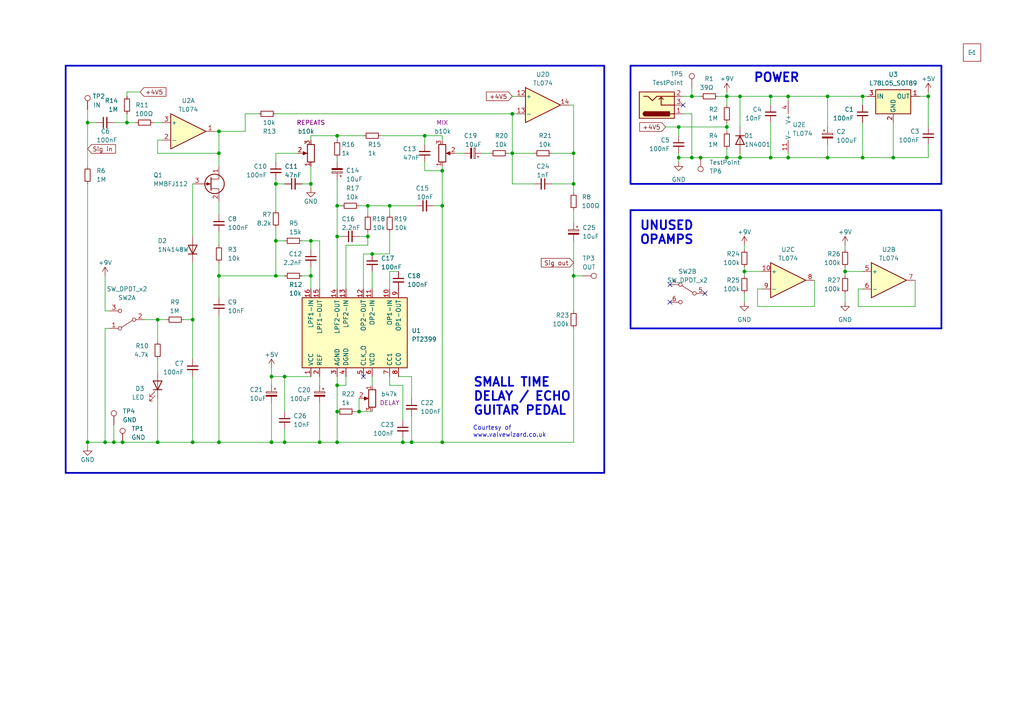
<source format=kicad_sch>
(kicad_sch (version 20230121) (generator eeschema)
  (paper "A4")
  (lib_symbols
    (symbol "Amplifier_Operational:TL074" (pin_names (offset 0.127))
      (property "Reference" "U" (at 0 5.08 0))
      (property "Value" "TL074" (at 0 -5.08 0))
      (symbol "TL074_1_1"
        (pin output line (at 7.62 0 180) (length 2.54) (name "~") (number "1"))
        (pin input line (at -7.62 -2.54 0) (length 2.54) (name "-") (number "2"))
        (pin input line (at -7.62 2.54 0) (length 2.54) (name "+") (number "3"))
      )
      (symbol "TL074_2_1"
        (pin input line (at -7.62 2.54 0) (length 2.54) (name "+") (number "5"))
        (pin input line (at -7.62 -2.54 0) (length 2.54) (name "-") (number "6"))
        (pin output line (at 7.62 0 180) (length 2.54) (name "~") (number "7"))
      )
      (symbol "TL074_3_1"
        (pin input line (at -7.62 2.54 0) (length 2.54) (name "+") (number "10"))
        (pin output line (at 7.62 0 180) (length 2.54) (name "~") (number "8"))
        (pin input line (at -7.62 -2.54 0) (length 2.54) (name "-") (number "9"))
      )
      (symbol "TL074_4_1"
        (pin input line (at -7.62 2.54 0) (length 2.54) (name "+") (number "12"))
        (pin input line (at -7.62 -2.54 0) (length 2.54) (name "-") (number "13"))
        (pin output line (at 7.62 0 180) (length 2.54) (name "~") (number "14"))
      )
      (symbol "TL074_5_1"
        (pin power_in line (at -2.54 -7.62 90) (length 3.81) (name "V-") (number "11"))
        (pin power_in line (at -2.54 7.62 270) (length 3.81) (name "V+") (number "4"))
      )
    )
    (symbol "Audio:PT2399"
      (property "Reference" "U" (at 0 17.78 0))
      (property "Value" "PT2399" (at 0 -17.78 0))
      (symbol "PT2399_1_1"
        (pin power_in line (at -12.7 12.7 0) (length 2.54) (name "VCC") (number "1"))
        (pin input line (at 12.7 -10.16 180) (length 2.54) (name "OP1-IN") (number "10"))
        (pin input line (at 12.7 -5.08 180) (length 2.54) (name "OP2-IN") (number "11"))
        (pin output line (at 12.7 -2.54 180) (length 2.54) (name "OP2-OUT") (number "12"))
        (pin input line (at 12.7 2.54 180) (length 2.54) (name "LPF2-IN") (number "13"))
        (pin output line (at 12.7 5.08 180) (length 2.54) (name "LPF2-OUT") (number "14"))
        (pin output line (at 12.7 10.16 180) (length 2.54) (name "LPF1-OUT") (number "15"))
        (pin input line (at 12.7 12.7 180) (length 2.54) (name "LPF1-IN") (number "16"))
        (pin passive line (at -12.7 10.16 0) (length 2.54) (name "REF") (number "2"))
        (pin power_in line (at -12.7 5.08 0) (length 2.54) (name "AGND") (number "3"))
        (pin power_in line (at -12.7 2.54 0) (length 2.54) (name "DGND") (number "4"))
        (pin passive line (at -12.7 -2.54 0) (length 2.54) (name "CLK_O") (number "5"))
        (pin passive line (at -12.7 -5.08 0) (length 2.54) (name "VCO") (number "6"))
        (pin passive line (at -12.7 -10.16 0) (length 2.54) (name "CC1") (number "7"))
        (pin passive line (at -12.7 -12.7 0) (length 2.54) (name "CC0") (number "8"))
        (pin output line (at 12.7 -12.7 180) (length 2.54) (name "OP1-OUT") (number "9"))
      )
    )
    (symbol "Connector:Barrel_Jack_Switch" (pin_names hide)
      (property "Reference" "J" (at 0 5.334 0))
      (property "Value" "Barrel_Jack_Switch" (at 0 -5.08 0))
      (symbol "Barrel_Jack_Switch_1_1"
        (pin passive line (at 7.62 2.54 180) (length 2.54) (name "~") (number "1"))
        (pin passive line (at 7.62 -2.54 180) (length 2.54) (name "~") (number "2"))
        (pin passive line (at 7.62 0 180) (length 2.54) (name "~") (number "3"))
      )
    )
    (symbol "Connector:TestPoint" (pin_numbers hide) (pin_names (offset 0.762) hide)
      (property "Reference" "TP" (at 0 6.858 0))
      (property "Value" "TestPoint" (at 0 5.08 0))
      (symbol "TestPoint_1_1"
        (pin passive line (at 0 0 90) (length 2.54) (name "1") (number "1"))
      )
    )
    (symbol "Device:C_Polarized_Small" (pin_numbers hide) (pin_names (offset 0.254) hide)
      (property "Reference" "C" (at 0.254 1.778 0))
      (property "Value" "C_Polarized_Small" (at 0.254 -2.032 0))
      (symbol "C_Polarized_Small_1_1"
        (pin passive line (at 0 2.54 270) (length 1.8542) (name "~") (number "1"))
        (pin passive line (at 0 -2.54 90) (length 1.8542) (name "~") (number "2"))
      )
    )
    (symbol "Device:C_Small" (pin_numbers hide) (pin_names (offset 0.254) hide)
      (property "Reference" "C" (at 0.254 1.778 0))
      (property "Value" "C_Small" (at 0.254 -2.032 0))
      (symbol "C_Small_1_1"
        (pin passive line (at 0 2.54 270) (length 2.032) (name "~") (number "1"))
        (pin passive line (at 0 -2.54 90) (length 2.032) (name "~") (number "2"))
      )
    )
    (symbol "Device:LED" (pin_numbers hide) (pin_names (offset 1.016) hide)
      (property "Reference" "D" (at 0 2.54 0))
      (property "Value" "LED" (at 0 -2.54 0))
      (symbol "LED_1_1"
        (pin passive line (at -3.81 0 0) (length 2.54) (name "K") (number "1"))
        (pin passive line (at 3.81 0 180) (length 2.54) (name "A") (number "2"))
      )
    )
    (symbol "Device:R_Potentiometer" (pin_names (offset 1.016) hide)
      (property "Reference" "RV" (at -4.445 0 90))
      (property "Value" "R_Potentiometer" (at -2.54 0 90))
      (symbol "R_Potentiometer_1_1"
        (pin passive line (at 0 3.81 270) (length 1.27) (name "1") (number "1"))
        (pin passive line (at 3.81 0 180) (length 1.27) (name "2") (number "2"))
        (pin passive line (at 0 -3.81 90) (length 1.27) (name "3") (number "3"))
      )
    )
    (symbol "Device:R_Small" (pin_numbers hide) (pin_names (offset 0.254) hide)
      (property "Reference" "R" (at 0.762 0.508 0))
      (property "Value" "R_Small" (at 0.762 -1.016 0))
      (symbol "R_Small_1_1"
        (pin passive line (at 0 2.54 270) (length 0.762) (name "~") (number "1"))
        (pin passive line (at 0 -2.54 90) (length 0.762) (name "~") (number "2"))
      )
    )
    (symbol "Diode:1N4001" (pin_numbers hide) (pin_names hide)
      (property "Reference" "D" (at 0 2.54 0))
      (property "Value" "1N4001" (at 0 -2.54 0))
      (symbol "1N4001_1_1"
        (pin passive line (at -3.81 0 0) (length 2.54) (name "K") (number "1"))
        (pin passive line (at 3.81 0 180) (length 2.54) (name "A") (number "2"))
      )
    )
    (symbol "Diode:1N4148W" (pin_numbers hide) (pin_names hide)
      (property "Reference" "D" (at 0 2.54 0))
      (property "Value" "1N4148W" (at 0 -2.54 0))
      (symbol "1N4148W_1_1"
        (pin passive line (at -3.81 0 0) (length 2.54) (name "K") (number "1"))
        (pin passive line (at 3.81 0 180) (length 2.54) (name "A") (number "2"))
      )
    )
    (symbol "Enclosure:1590B"
      (property "Reference" "E" (at 0 0 0))
    )
    (symbol "Regulator_Linear:L78L05_SOT89" (pin_names (offset 0.254))
      (property "Reference" "U" (at -3.81 3.175 0))
      (property "Value" "L78L05_SOT89" (at -0.635 3.175 0))
      (symbol "L78L05_SOT89_1_1"
        (pin power_out line (at 7.62 0 180) (length 2.54) (name "OUT") (number "1"))
        (pin power_in line (at 0 -7.62 90) (length 2.54) (name "GND") (number "2"))
        (pin power_in line (at -7.62 0 0) (length 2.54) (name "IN") (number "3"))
      )
    )
    (symbol "Switch:SW_DPDT_x2" (pin_names (offset 0) hide)
      (property "Reference" "SW" (at 0 4.318 0))
      (property "Value" "SW_DPDT_x2" (at 0 -5.08 0))
      (symbol "SW_DPDT_x2_1_1"
        (pin passive line (at 5.08 2.54 180) (length 2.54) (name "A") (number "1"))
        (pin passive line (at -5.08 0 0) (length 2.54) (name "B") (number "2"))
        (pin passive line (at 5.08 -2.54 180) (length 2.54) (name "C") (number "3"))
      )
      (symbol "SW_DPDT_x2_2_1"
        (pin passive line (at 5.08 2.54 180) (length 2.54) (name "A") (number "4"))
        (pin passive line (at -5.08 0 0) (length 2.54) (name "B") (number "5"))
        (pin passive line (at 5.08 -2.54 180) (length 2.54) (name "C") (number "6"))
      )
    )
    (symbol "Transistor_FET:MMBFJ112" (pin_names hide)
      (property "Reference" "Q" (at 5.08 1.905 0))
      (property "Value" "MMBFJ112" (at 5.08 0 0))
      (symbol "MMBFJ112_1_1"
        (pin passive line (at 2.54 5.08 270) (length 2.54) (name "D") (number "1"))
        (pin passive line (at 2.54 -5.08 90) (length 2.54) (name "S") (number "2"))
        (pin input line (at -5.08 0 0) (length 2.54) (name "G") (number "3"))
      )
    )
    (symbol "power:+5V" (power) (pin_names (offset 0))
      (property "Value" "+5V" (at 0 3.556 0))
      (symbol "+5V_1_1"
        (pin power_in line (at 0 0 90) (length 0) hide (name "+5V") (number "1"))
      )
    )
    (symbol "power:+9V" (power) (pin_names (offset 0))
      (property "Value" "+9V" (at 0 3.556 0))
      (symbol "+9V_1_1"
        (pin power_in line (at 0 0 90) (length 0) hide (name "+9V") (number "1"))
      )
    )
    (symbol "power:GND" (power) (pin_names (offset 0))
      (property "Value" "GND" (at 0 -3.81 0))
      (symbol "GND_1_1"
        (pin power_in line (at 0 0 270) (length 0) hide (name "GND") (number "1"))
      )
    )
  )
  (junction (at 196.85 36.83))
  (junction (at 82.55 109.22))
  (junction (at 36.83 35.56))
  (junction (at 104.14 119.38))
  (junction (at 215.9 78.74))
  (junction (at 210.82 36.83))
  (junction (at 106.68 59.69))
  (junction (at 113.03 59.69))
  (junction (at 78.74 109.22))
  (junction (at 90.17 53.34))
  (junction (at 25.4 35.56))
  (junction (at 166.37 53.34))
  (junction (at 123.19 39.37))
  (junction (at 200.66 45.72))
  (junction (at 97.79 39.37))
  (junction (at 214.63 45.72))
  (junction (at 63.5 38.1))
  (junction (at 116.84 128.27))
  (junction (at 196.85 45.72))
  (junction (at 228.6 27.94))
  (junction (at 210.82 45.72))
  (junction (at 128.27 59.69))
  (junction (at 269.24 27.94))
  (junction (at 45.72 128.27))
  (junction (at 55.88 128.27))
  (junction (at 119.38 128.27))
  (junction (at 203.2 45.72))
  (junction (at 210.82 27.94))
  (junction (at 80.01 69.85))
  (junction (at 90.17 80.01))
  (junction (at 25.4 128.27))
  (junction (at 107.95 73.66))
  (junction (at 97.79 128.27))
  (junction (at 97.79 119.38))
  (junction (at 92.71 128.27))
  (junction (at 223.52 27.94))
  (junction (at 106.68 68.58))
  (junction (at 82.55 128.27))
  (junction (at 223.52 45.72))
  (junction (at 166.37 80.01))
  (junction (at 148.59 44.45))
  (junction (at 30.48 128.27))
  (junction (at 240.03 27.94))
  (junction (at 250.19 45.72))
  (junction (at 228.6 45.72))
  (junction (at 45.72 92.71))
  (junction (at 63.5 44.45))
  (junction (at 97.79 68.58))
  (junction (at 250.19 27.94))
  (junction (at 128.27 128.27))
  (junction (at 80.01 53.34))
  (junction (at 63.5 80.01))
  (junction (at 97.79 59.69))
  (junction (at 78.74 128.27))
  (junction (at 63.5 128.27))
  (junction (at 128.27 49.53))
  (junction (at 148.59 33.02))
  (junction (at 33.02 128.27))
  (junction (at 90.17 69.85))
  (junction (at 55.88 92.71))
  (junction (at 259.08 45.72))
  (junction (at 35.56 128.27))
  (junction (at 214.63 27.94))
  (junction (at 166.37 44.45))
  (junction (at 97.79 111.76))
  (junction (at 240.03 45.72))
  (junction (at 245.11 78.74))
  (junction (at 200.66 27.94))
  (junction (at 80.01 80.01))
  (no_connect (at 105.41 109.22))
  (no_connect (at 198.12 30.48))
  (no_connect (at 204.47 85.09))
  (no_connect (at 194.31 82.55))
  (no_connect (at 194.31 87.63))
  (wire (pts (xy 248.92 88.9) (xy 265.43 88.9)))
  (wire (pts (xy 63.5 76.2) (xy 63.5 80.01)))
  (wire (pts (xy 25.4 35.56) (xy 27.94 35.56)))
  (wire (pts (xy 215.9 85.09) (xy 215.9 87.63)))
  (wire (pts (xy 33.02 123.19) (xy 33.02 128.27)))
  (wire (pts (xy 82.55 128.27) (xy 92.71 128.27)))
  (wire (pts (xy 41.91 92.71) (xy 45.72 92.71)))
  (wire (pts (xy 92.71 128.27) (xy 97.79 128.27)))
  (wire (pts (xy 44.45 35.56) (xy 46.99 35.56)))
  (wire (pts (xy 123.19 46.99) (xy 123.19 49.53)))
  (wire (pts (xy 220.98 83.82) (xy 219.71 83.82)))
  (wire (pts (xy 200.66 27.94) (xy 203.2 27.94)))
  (wire (pts (xy 82.55 124.46) (xy 82.55 128.27)))
  (wire (pts (xy 25.4 128.27) (xy 30.48 128.27)))
  (wire (pts (xy 245.11 71.12) (xy 245.11 72.39)))
  (wire (pts (xy 78.74 111.76) (xy 78.74 109.22)))
  (wire (pts (xy 63.5 44.45) (xy 45.72 44.45)))
  (wire (pts (xy 102.87 119.38) (xy 104.14 119.38)))
  (wire (pts (xy 63.5 128.27) (xy 63.5 91.44)))
  (wire (pts (xy 80.01 53.34) (xy 80.01 60.96)))
  (wire (pts (xy 78.74 128.27) (xy 82.55 128.27)))
  (wire (pts (xy 30.48 80.01) (xy 30.48 90.17)))
  (wire (pts (xy 200.66 33.02) (xy 200.66 45.72)))
  (wire (pts (xy 106.68 59.69) (xy 113.03 59.69)))
  (wire (pts (xy 55.88 128.27) (xy 45.72 128.27)))
  (wire (pts (xy 97.79 59.69) (xy 97.79 68.58)))
  (wire (pts (xy 115.57 109.22) (xy 119.38 109.22)))
  (wire (pts (xy 166.37 55.88) (xy 166.37 53.34)))
  (wire (pts (xy 125.73 59.69) (xy 128.27 59.69)))
  (wire (pts (xy 210.82 27.94) (xy 214.63 27.94)))
  (wire (pts (xy 99.06 68.58) (xy 97.79 68.58)))
  (wire (pts (xy 107.95 73.66) (xy 113.03 73.66)))
  (wire (pts (xy 97.79 109.22) (xy 97.79 111.76)))
  (wire (pts (xy 113.03 78.74) (xy 113.03 83.82)))
  (wire (pts (xy 166.37 44.45) (xy 166.37 53.34)))
  (wire (pts (xy 128.27 59.69) (xy 128.27 49.53)))
  (wire (pts (xy 63.5 80.01) (xy 80.01 80.01)))
  (wire (pts (xy 210.82 43.18) (xy 210.82 45.72)))
  (wire (pts (xy 198.12 27.94) (xy 200.66 27.94)))
  (wire (pts (xy 223.52 27.94) (xy 228.6 27.94)))
  (wire (pts (xy 86.36 44.45) (xy 80.01 44.45)))
  (wire (pts (xy 97.79 59.69) (xy 99.06 59.69)))
  (wire (pts (xy 250.19 27.94) (xy 251.46 27.94)))
  (wire (pts (xy 113.03 109.22) (xy 113.03 111.76)))
  (wire (pts (xy 148.59 33.02) (xy 148.59 44.45)))
  (wire (pts (xy 25.4 31.75) (xy 25.4 35.56)))
  (wire (pts (xy 113.03 59.69) (xy 113.03 62.23)))
  (wire (pts (xy 228.6 27.94) (xy 240.03 27.94)))
  (wire (pts (xy 160.02 44.45) (xy 166.37 44.45)))
  (wire (pts (xy 116.84 111.76) (xy 116.84 121.92)))
  (wire (pts (xy 223.52 27.94) (xy 223.52 30.48)))
  (wire (pts (xy 104.14 119.38) (xy 107.95 119.38)))
  (wire (pts (xy 97.79 111.76) (xy 100.33 111.76)))
  (wire (pts (xy 113.03 59.69) (xy 120.65 59.69)))
  (wire (pts (xy 90.17 80.01) (xy 90.17 83.82)))
  (wire (pts (xy 223.52 45.72) (xy 228.6 45.72)))
  (wire (pts (xy 97.79 39.37) (xy 97.79 40.64)))
  (wire (pts (xy 215.9 71.12) (xy 215.9 72.39)))
  (wire (pts (xy 90.17 39.37) (xy 90.17 40.64)))
  (wire (pts (xy 71.12 33.02) (xy 71.12 38.1)))
  (wire (pts (xy 196.85 45.72) (xy 196.85 46.99)))
  (wire (pts (xy 78.74 109.22) (xy 82.55 109.22)))
  (wire (pts (xy 100.33 111.76) (xy 100.33 109.22)))
  (wire (pts (xy 45.72 92.71) (xy 48.26 92.71)))
  (wire (pts (xy 119.38 128.27) (xy 128.27 128.27)))
  (wire (pts (xy 25.4 129.54) (xy 25.4 128.27)))
  (wire (pts (xy 269.24 41.91) (xy 269.24 45.72)))
  (wire (pts (xy 119.38 109.22) (xy 119.38 115.57)))
  (wire (pts (xy 113.03 111.76) (xy 116.84 111.76)))
  (wire (pts (xy 87.63 69.85) (xy 90.17 69.85)))
  (wire (pts (xy 214.63 45.72) (xy 223.52 45.72)))
  (wire (pts (xy 142.24 44.45) (xy 139.7 44.45)))
  (wire (pts (xy 215.9 78.74) (xy 220.98 78.74)))
  (wire (pts (xy 53.34 92.71) (xy 55.88 92.71)))
  (wire (pts (xy 259.08 35.56) (xy 259.08 45.72)))
  (wire (pts (xy 80.01 33.02) (xy 148.59 33.02)))
  (wire (pts (xy 90.17 69.85) (xy 90.17 72.39)))
  (wire (pts (xy 166.37 80.01) (xy 166.37 90.17)))
  (wire (pts (xy 113.03 73.66) (xy 113.03 67.31)))
  (wire (pts (xy 198.12 33.02) (xy 200.66 33.02)))
  (wire (pts (xy 269.24 45.72) (xy 259.08 45.72)))
  (wire (pts (xy 97.79 119.38) (xy 97.79 128.27)))
  (wire (pts (xy 106.68 71.12) (xy 100.33 71.12)))
  (wire (pts (xy 250.19 30.48) (xy 250.19 27.94)))
  (wire (pts (xy 35.56 128.27) (xy 45.72 128.27)))
  (wire (pts (xy 63.5 67.31) (xy 63.5 71.12)))
  (wire (pts (xy 80.01 44.45) (xy 80.01 46.99)))
  (wire (pts (xy 45.72 92.71) (xy 45.72 99.06)))
  (wire (pts (xy 105.41 73.66) (xy 105.41 83.82)))
  (wire (pts (xy 134.62 44.45) (xy 132.08 44.45)))
  (wire (pts (xy 248.92 83.82) (xy 248.92 88.9)))
  (wire (pts (xy 166.37 30.48) (xy 166.37 44.45)))
  (wire (pts (xy 240.03 27.94) (xy 250.19 27.94)))
  (wire (pts (xy 45.72 107.95) (xy 45.72 104.14)))
  (wire (pts (xy 215.9 77.47) (xy 215.9 78.74)))
  (wire (pts (xy 39.37 35.56) (xy 36.83 35.56)))
  (wire (pts (xy 30.48 128.27) (xy 33.02 128.27)))
  (wire (pts (xy 210.82 45.72) (xy 214.63 45.72)))
  (wire (pts (xy 30.48 95.25) (xy 31.75 95.25)))
  (wire (pts (xy 33.02 35.56) (xy 36.83 35.56)))
  (wire (pts (xy 36.83 26.67) (xy 40.64 26.67)))
  (wire (pts (xy 269.24 36.83) (xy 269.24 27.94)))
  (wire (pts (xy 63.5 128.27) (xy 78.74 128.27)))
  (wire (pts (xy 55.88 128.27) (xy 63.5 128.27)))
  (wire (pts (xy 166.37 95.25) (xy 166.37 128.27)))
  (wire (pts (xy 203.2 45.72) (xy 210.82 45.72)))
  (wire (pts (xy 240.03 27.94) (xy 240.03 36.83)))
  (wire (pts (xy 104.14 115.57) (xy 104.14 119.38)))
  (wire (pts (xy 55.88 76.2) (xy 55.88 92.71)))
  (wire (pts (xy 45.72 40.64) (xy 46.99 40.64)))
  (wire (pts (xy 196.85 45.72) (xy 200.66 45.72)))
  (wire (pts (xy 228.6 45.72) (xy 240.03 45.72)))
  (wire (pts (xy 196.85 36.83) (xy 196.85 39.37)))
  (wire (pts (xy 30.48 90.17) (xy 31.75 90.17)))
  (wire (pts (xy 80.01 69.85) (xy 80.01 80.01)))
  (wire (pts (xy 82.55 109.22) (xy 90.17 109.22)))
  (wire (pts (xy 62.23 38.1) (xy 63.5 38.1)))
  (wire (pts (xy 80.01 66.04) (xy 80.01 69.85)))
  (wire (pts (xy 250.19 83.82) (xy 248.92 83.82)))
  (wire (pts (xy 90.17 77.47) (xy 90.17 80.01)))
  (wire (pts (xy 210.82 26.67) (xy 210.82 27.94)))
  (wire (pts (xy 55.88 92.71) (xy 55.88 104.14)))
  (wire (pts (xy 265.43 88.9) (xy 265.43 81.28)))
  (wire (pts (xy 97.79 39.37) (xy 90.17 39.37)))
  (wire (pts (xy 154.94 53.34) (xy 148.59 53.34)))
  (wire (pts (xy 219.71 83.82) (xy 219.71 88.9)))
  (wire (pts (xy 166.37 60.96) (xy 166.37 64.77)))
  (wire (pts (xy 128.27 39.37) (xy 128.27 40.64)))
  (wire (pts (xy 223.52 35.56) (xy 223.52 45.72)))
  (wire (pts (xy 92.71 116.84) (xy 92.71 128.27)))
  (wire (pts (xy 148.59 53.34) (xy 148.59 44.45)))
  (wire (pts (xy 214.63 27.94) (xy 214.63 36.83)))
  (wire (pts (xy 63.5 38.1) (xy 71.12 38.1)))
  (wire (pts (xy 200.66 25.4) (xy 200.66 27.94)))
  (wire (pts (xy 33.02 128.27) (xy 35.56 128.27)))
  (wire (pts (xy 110.49 39.37) (xy 123.19 39.37)))
  (wire (pts (xy 63.5 38.1) (xy 63.5 44.45)))
  (wire (pts (xy 166.37 53.34) (xy 160.02 53.34)))
  (wire (pts (xy 148.59 27.94) (xy 149.86 27.94)))
  (wire (pts (xy 45.72 115.57) (xy 45.72 128.27)))
  (wire (pts (xy 97.79 68.58) (xy 97.79 83.82)))
  (wire (pts (xy 78.74 106.68) (xy 78.74 109.22)))
  (wire (pts (xy 92.71 111.76) (xy 92.71 109.22)))
  (wire (pts (xy 148.59 33.02) (xy 149.86 33.02)))
  (wire (pts (xy 115.57 78.74) (xy 113.03 78.74)))
  (wire (pts (xy 215.9 78.74) (xy 215.9 80.01)))
  (wire (pts (xy 97.79 46.99) (xy 97.79 45.72)))
  (wire (pts (xy 63.5 44.45) (xy 63.5 48.26)))
  (wire (pts (xy 25.4 35.56) (xy 25.4 48.26)))
  (wire (pts (xy 107.95 73.66) (xy 105.41 73.66)))
  (wire (pts (xy 92.71 83.82) (xy 92.71 69.85)))
  (wire (pts (xy 166.37 30.48) (xy 165.1 30.48)))
  (wire (pts (xy 106.68 68.58) (xy 106.68 67.31)))
  (wire (pts (xy 80.01 80.01) (xy 82.55 80.01)))
  (wire (pts (xy 240.03 45.72) (xy 250.19 45.72)))
  (wire (pts (xy 208.28 27.94) (xy 210.82 27.94)))
  (wire (pts (xy 128.27 49.53) (xy 128.27 48.26)))
  (wire (pts (xy 210.82 36.83) (xy 210.82 38.1)))
  (wire (pts (xy 90.17 48.26) (xy 90.17 53.34)))
  (wire (pts (xy 250.19 45.72) (xy 259.08 45.72)))
  (wire (pts (xy 210.82 35.56) (xy 210.82 36.83)))
  (wire (pts (xy 210.82 30.48) (xy 210.82 27.94)))
  (wire (pts (xy 97.79 128.27) (xy 116.84 128.27)))
  (wire (pts (xy 45.72 44.45) (xy 45.72 40.64)))
  (wire (pts (xy 147.32 44.45) (xy 148.59 44.45)))
  (wire (pts (xy 200.66 45.72) (xy 203.2 45.72)))
  (wire (pts (xy 55.88 109.22) (xy 55.88 128.27)))
  (wire (pts (xy 228.6 29.21) (xy 228.6 27.94)))
  (wire (pts (xy 245.11 78.74) (xy 250.19 78.74)))
  (wire (pts (xy 123.19 49.53) (xy 128.27 49.53)))
  (wire (pts (xy 97.79 52.07) (xy 97.79 59.69)))
  (wire (pts (xy 245.11 78.74) (xy 245.11 80.01)))
  (wire (pts (xy 106.68 68.58) (xy 106.68 71.12)))
  (wire (pts (xy 80.01 53.34) (xy 82.55 53.34)))
  (wire (pts (xy 148.59 44.45) (xy 154.94 44.45)))
  (wire (pts (xy 30.48 95.25) (xy 30.48 128.27)))
  (wire (pts (xy 269.24 26.67) (xy 269.24 27.94)))
  (wire (pts (xy 80.01 52.07) (xy 80.01 53.34)))
  (wire (pts (xy 63.5 62.23) (xy 63.5 58.42)))
  (wire (pts (xy 90.17 54.61) (xy 90.17 53.34)))
  (wire (pts (xy 106.68 59.69) (xy 106.68 62.23)))
  (wire (pts (xy 100.33 71.12) (xy 100.33 83.82)))
  (wire (pts (xy 90.17 80.01) (xy 87.63 80.01)))
  (wire (pts (xy 245.11 85.09) (xy 245.11 87.63)))
  (wire (pts (xy 245.11 77.47) (xy 245.11 78.74)))
  (wire (pts (xy 219.71 88.9) (xy 236.22 88.9)))
  (wire (pts (xy 119.38 120.65) (xy 119.38 128.27)))
  (wire (pts (xy 196.85 45.72) (xy 196.85 44.45)))
  (wire (pts (xy 97.79 39.37) (xy 105.41 39.37)))
  (wire (pts (xy 78.74 116.84) (xy 78.74 128.27)))
  (wire (pts (xy 25.4 53.34) (xy 25.4 128.27)))
  (wire (pts (xy 97.79 111.76) (xy 97.79 119.38)))
  (wire (pts (xy 196.85 36.83) (xy 210.82 36.83)))
  (wire (pts (xy 250.19 35.56) (xy 250.19 45.72)))
  (wire (pts (xy 123.19 39.37) (xy 123.19 41.91)))
  (wire (pts (xy 123.19 39.37) (xy 128.27 39.37)))
  (wire (pts (xy 80.01 69.85) (xy 82.55 69.85)))
  (wire (pts (xy 87.63 53.34) (xy 90.17 53.34)))
  (wire (pts (xy 116.84 127) (xy 116.84 128.27)))
  (wire (pts (xy 104.14 68.58) (xy 106.68 68.58)))
  (wire (pts (xy 63.5 86.36) (xy 63.5 80.01)))
  (wire (pts (xy 166.37 69.85) (xy 166.37 80.01)))
  (wire (pts (xy 107.95 78.74) (xy 107.95 83.82)))
  (wire (pts (xy 36.83 27.94) (xy 36.83 26.67)))
  (wire (pts (xy 228.6 44.45) (xy 228.6 45.72)))
  (wire (pts (xy 214.63 44.45) (xy 214.63 45.72)))
  (wire (pts (xy 55.88 68.58) (xy 55.88 53.34)))
  (wire (pts (xy 107.95 111.76) (xy 107.95 109.22)))
  (wire (pts (xy 269.24 27.94) (xy 266.7 27.94)))
  (wire (pts (xy 193.04 36.83) (xy 196.85 36.83)))
  (wire (pts (xy 128.27 59.69) (xy 128.27 128.27)))
  (wire (pts (xy 92.71 69.85) (xy 90.17 69.85)))
  (wire (pts (xy 104.14 59.69) (xy 106.68 59.69)))
  (wire (pts (xy 214.63 27.94) (xy 223.52 27.94)))
  (wire (pts (xy 116.84 128.27) (xy 119.38 128.27)))
  (wire (pts (xy 166.37 80.01) (xy 168.91 80.01)))
  (wire (pts (xy 240.03 41.91) (xy 240.03 45.72)))
  (wire (pts (xy 82.55 109.22) (xy 82.55 119.38)))
  (wire (pts (xy 236.22 88.9) (xy 236.22 81.28)))
  (wire (pts (xy 128.27 128.27) (xy 166.37 128.27)))
  (wire (pts (xy 36.83 33.02) (xy 36.83 35.56)))
  (wire (pts (xy 71.12 33.02) (xy 74.93 33.02)))
  (rectangle (start 182.88 19.05) (end 273.05 53.34) (stroke (width 0.5)))
  (rectangle (start 19.05 19.05) (end 175.26 137.16) (stroke (width 0.5)))
  (rectangle (start 182.88 60.96) (end 273.05 95.25) (stroke (width 0.5)))
  (text "Courtesy of \nwww.valvewizard.co.uk" (at 137.16 127 0) (effects (font (size 1.27 1.27)) (justify left bottom)))
  (text "UNUSED\nOPAMPS" (at 185.42 71.12 0) (effects (font (size 2.54 2.54) (thickness 0.508) bold) (justify left bottom)))
  (text "POWER" (at 218.44 24.13 0) (effects (font (size 2.54 2.54) (thickness 0.508) bold) (justify left bottom)))
  (text "SMALL TIME\nDELAY / ECHO\nGUITAR PEDAL" (at 137.16 120.65 0) (effects (font (size 2.54 2.54) (thickness 0.508) bold) (justify left bottom)))
  (global_label "Sig in" (shape input) (at 25.4 43.18 0) (property "Intersheetrefs" "${INTERSHEET_REFS}" (effects hide)))
  (global_label "+4V5" (shape input) (at 40.64 26.67 0) (property "Intersheetrefs" "${INTERSHEET_REFS}" (effects hide)))
  (global_label "+4V5" (shape input) (at 193.04 36.83 180) (property "Intersheetrefs" "${INTERSHEET_REFS}" (effects hide)))
  (global_label "+4V5" (shape input) (at 148.59 27.94 180) (property "Intersheetrefs" "${INTERSHEET_REFS}" (effects hide)))
  (global_label "Sig out" (shape input) (at 166.37 76.2 180) (property "Intersheetrefs" "${INTERSHEET_REFS}" (effects hide)))
  (symbol (lib_id "Amplifier_Operational:TL074") (at 231.14 36.83 0) (unit 5)
    (property "Reference" "U2" (at 229.87 36.195 0) (effects (justify left)))
    (property "Value" "TL074" (at 229.87 38.735 0) (effects (justify left)))
    (property "Footprint" "Package_SO:SO-14_3.9x8.65mm_P1.27mm" (effects hide))
    (property "Datasheet" "http://www.ti.com/lit/ds/symlink/tl071.pdf" (effects hide))
    (property "LCSC#" "C107644" (effects hide))
    (property "supplier" "LCSC" (effects hide))
  )
  (symbol (lib_id "Amplifier_Operational:TL074") (at 228.6 81.28 0) (unit 3)
    (property "Reference" "U2" (at 228.6 72.39 0))
    (property "Value" "TL074" (at 228.6 74.93 0))
    (property "Footprint" "Package_SO:SO-14_3.9x8.65mm_P1.27mm" (effects hide))
    (property "Datasheet" "http://www.ti.com/lit/ds/symlink/tl071.pdf" (effects hide))
    (property "LCSC#" "C107644" (effects hide))
    (property "supplier" "LCSC" (effects hide))
  )
  (symbol (lib_id "power:+9V") (at 215.9 71.12 0) (unit 1)
    (property "Reference" "#PWR09" (effects hide))
    (property "Value" "+9V" (at 215.9 67.31 0))
  )
  (symbol (lib_id "Transistor_FET:MMBFJ112") (at 60.96 53.34 0) (unit 1)
    (property "Reference" "Q1" (at 44.45 50.8 0) (effects (justify left)))
    (property "Value" "MMBFJ112" (at 44.45 53.34 0) (effects (justify left)))
    (property "Footprint" "Package_TO_SOT_SMD:SOT-23" (effects hide))
    (property "Datasheet" "https://www.onsemi.com/pub/Collateral/MMBFJ113-D.PDF" (effects hide))
    (property "LCSC#" "C258195" (effects hide))
    (property "supplier" "LCSC" (effects hide))
  )
  (symbol (lib_id "power:GND") (at 215.9 87.63 0) (unit 1)
    (property "Reference" "#PWR08" (effects hide))
    (property "Value" "GND" (at 215.9 92.71 0))
  )
  (symbol (lib_id "Device:C_Polarized_Small") (at 78.74 114.3 0) (mirror y) (unit 1)
    (property "Reference" "C21" (at 72.39 113.03 0) (effects (justify right)))
    (property "Value" "10uF" (at 72.39 115.57 0) (effects (justify right)))
    (property "Footprint" "Capacitor_SMD:CP_Elec_4x4.5" (effects hide))
    (property "LCSC#" "C249787" (effects hide))
    (property "supplier" "LCSC" (effects hide))
  )
  (symbol (lib_id "Device:R_Small") (at 107.95 39.37 90) (mirror x) (unit 1)
    (property "Reference" "R15" (at 106.68 41.91 90) (effects (justify right)))
    (property "Value" "1k" (at 106.68 44.45 90) (effects (justify right)))
    (property "Footprint" "Resistor_SMD:R_0805_2012Metric_Pad1.20x1.40mm_HandSolder" (effects hide))
    (property "LCSC#" "C2907232" (effects hide))
    (property "supplier" "LCSC" (effects hide))
  )
  (symbol (lib_id "Device:R_Small") (at 100.33 119.38 90) (unit 1)
    (property "Reference" "R22" (at 99.06 114.3 90) (effects (justify right)))
    (property "Value" "1k" (at 99.06 116.84 90) (effects (justify right)))
    (property "Footprint" "Resistor_SMD:R_0805_2012Metric_Pad1.20x1.40mm_HandSolder" (effects hide))
    (property "LCSC#" "C2907232" (effects hide))
    (property "supplier" "LCSC" (effects hide))
  )
  (symbol (lib_id "Device:C_Small") (at 116.84 124.46 0) (unit 1)
    (property "Reference" "C23" (at 114.3 123.19 0) (effects (justify right)))
    (property "Value" "100nF" (at 114.3 125.73 0) (effects (justify right)))
    (property "Footprint" "Capacitor_SMD:C_0805_2012Metric_Pad1.18x1.45mm_HandSolder" (effects hide))
    (property "LCSC#" "C282730" (effects hide))
    (property "supplier" "LCSC" (effects hide))
  )
  (symbol (lib_id "Device:R_Small") (at 215.9 82.55 0) (unit 1)
    (property "Reference" "R25" (at 214.63 81.28 0) (effects (justify right)))
    (property "Value" "100k" (at 214.63 83.82 0) (effects (justify right)))
    (property "Footprint" "Resistor_SMD:R_0805_2012Metric_Pad1.20x1.40mm_HandSolder" (effects hide))
    (property "LCSC#" "C2907293" (effects hide))
    (property "supplier" "LCSC" (effects hide))
  )
  (symbol (lib_id "Device:R_Small") (at 36.83 30.48 0) (mirror y) (unit 1)
    (property "Reference" "R14" (at 34.29 29.21 0) (effects (justify left)))
    (property "Value" "1M" (at 34.29 31.75 0) (effects (justify left)))
    (property "Footprint" "Resistor_SMD:R_0805_2012Metric_Pad1.20x1.40mm_HandSolder" (effects hide))
    (property "LCSC#" "C103906" (effects hide))
    (property "supplier" "LCSC" (effects hide))
  )
  (symbol (lib_id "Device:R_Potentiometer") (at 128.27 44.45 0) (mirror x) (unit 1)
    (property "Reference" "RV2" (effects hide))
    (property "Value" "b10k" (at 130.81 38.1 0) (effects (justify right)))
    (property "Footprint" "Potentiometer_THT:UT right angle long pin" (effects hide))
    (property "Kenttä4" "MIX" (at 128.27 35.56 0))
  )
  (symbol (lib_id "Device:R_Small") (at 85.09 80.01 270) (mirror x) (unit 1)
    (property "Reference" "R12" (at 83.82 82.55 90) (effects (justify left)))
    (property "Value" "10k" (at 83.82 85.09 90) (effects (justify left)))
    (property "Footprint" "Resistor_SMD:R_0805_2012Metric_Pad1.20x1.40mm_HandSolder" (effects hide))
    (property "LCSC#" "C17414" (effects hide))
    (property "supplier" "LCSC" (effects hide))
  )
  (symbol (lib_id "Amplifier_Operational:TL074") (at 54.61 38.1 0) (unit 1)
    (property "Reference" "U2" (at 54.61 29.21 0))
    (property "Value" "TL074" (at 54.61 31.75 0))
    (property "Footprint" "Package_SO:SO-14_3.9x8.65mm_P1.27mm" (effects hide))
    (property "Datasheet" "http://www.ti.com/lit/ds/symlink/tl071.pdf" (effects hide))
    (property "LCSC#" "C107644" (effects hide))
    (property "supplier" "LCSC" (effects hide))
  )
  (symbol (lib_id "Device:C_Small") (at 223.52 33.02 0) (mirror y) (unit 1)
    (property "Reference" "C4" (at 220.98 31.75 0) (effects (justify left)))
    (property "Value" "10nF" (at 220.98 34.29 0) (effects (justify left)))
    (property "Footprint" "Capacitor_SMD:C_0805_2012Metric_Pad1.18x1.45mm_HandSolder" (effects hide))
    (property "LCSC#" "C58456" (effects hide))
    (property "supplier" "LCSC" (effects hide))
  )
  (symbol (lib_id "Device:R_Small") (at 45.72 101.6 0) (mirror y) (unit 1)
    (property "Reference" "R10" (at 43.18 100.33 0) (effects (justify left)))
    (property "Value" "4.7k" (at 43.18 102.87 0) (effects (justify left)))
    (property "Footprint" "Resistor_SMD:R_0805_2012Metric_Pad1.20x1.40mm_HandSolder" (effects hide))
    (property "LCSC#" "C2907326" (effects hide))
    (property "supplier" "LCSC" (effects hide))
  )
  (symbol (lib_id "Device:R_Small") (at 245.11 82.55 0) (unit 1)
    (property "Reference" "R27" (at 243.84 81.28 0) (effects (justify right)))
    (property "Value" "100k" (at 243.84 83.82 0) (effects (justify right)))
    (property "Footprint" "Resistor_SMD:R_0805_2012Metric_Pad1.20x1.40mm_HandSolder" (effects hide))
    (property "LCSC#" "C2907293" (effects hide))
    (property "supplier" "LCSC" (effects hide))
  )
  (symbol (lib_id "Device:C_Small") (at 101.6 68.58 90) (mirror x) (unit 1)
    (property "Reference" "C16" (at 99.06 63.5 90) (effects (justify right)))
    (property "Value" "2.2nF" (at 99.06 66.04 90) (effects (justify right)))
    (property "Footprint" "Capacitor_SMD:C_0805_2012Metric_Pad1.18x1.45mm_HandSolder" (effects hide))
    (property "LCSC#" "C5137580" (effects hide))
    (property "supplier" "LCSC" (effects hide))
  )
  (symbol (lib_id "Device:R_Small") (at 245.11 74.93 0) (unit 1)
    (property "Reference" "R26" (at 243.84 73.66 0) (effects (justify right)))
    (property "Value" "100k" (at 243.84 76.2 0) (effects (justify right)))
    (property "Footprint" "Resistor_SMD:R_0805_2012Metric_Pad1.20x1.40mm_HandSolder" (effects hide))
    (property "LCSC#" "C2907293" (effects hide))
    (property "supplier" "LCSC" (effects hide))
  )
  (symbol (lib_id "Device:C_Small") (at 123.19 59.69 90) (unit 1)
    (property "Reference" "C15" (at 124.46 54.61 90) (effects (justify left)))
    (property "Value" "10nF" (at 125.73 57.15 90) (effects (justify left)))
    (property "Footprint" "Capacitor_SMD:C_0805_2012Metric_Pad1.18x1.45mm_HandSolder" (effects hide))
    (property "LCSC#" "C58456" (effects hide))
    (property "supplier" "LCSC" (effects hide))
  )
  (symbol (lib_id "Device:R_Small") (at 63.5 73.66 0) (unit 1)
    (property "Reference" "R3" (at 66.04 72.39 0) (effects (justify left)))
    (property "Value" "10k" (at 66.04 74.93 0) (effects (justify left)))
    (property "Footprint" "Resistor_SMD:R_0805_2012Metric_Pad1.20x1.40mm_HandSolder" (effects hide))
    (property "LCSC#" "C17414" (effects hide))
    (property "supplier" "LCSC" (effects hide))
  )
  (symbol (lib_id "Device:C_Small") (at 30.48 35.56 90) (mirror x) (unit 1)
    (property "Reference" "C6" (at 29.21 38.1 90) (effects (justify right)))
    (property "Value" "100nF" (at 27.94 40.64 90) (effects (justify right)))
    (property "Footprint" "Capacitor_SMD:C_0805_2012Metric_Pad1.18x1.45mm_HandSolder" (effects hide))
    (property "LCSC#" "C282730" (effects hide))
    (property "supplier" "LCSC" (effects hide))
  )
  (symbol (lib_id "Device:R_Small") (at 41.91 35.56 90) (mirror x) (unit 1)
    (property "Reference" "R11" (at 43.18 30.48 90) (effects (justify left)))
    (property "Value" "100Ω" (at 44.45 33.02 90) (effects (justify left)))
    (property "Footprint" "Resistor_SMD:R_0805_2012Metric_Pad1.20x1.40mm_HandSolder" (effects hide))
    (property "LCSC#" "C3016626" (effects hide))
    (property "supplier" "LCSC" (effects hide))
  )
  (symbol (lib_id "Device:R_Small") (at 101.6 59.69 270) (unit 1)
    (property "Reference" "R17" (at 100.33 54.61 90) (effects (justify left)))
    (property "Value" "10k" (at 100.33 57.15 90) (effects (justify left)))
    (property "Footprint" "Resistor_SMD:R_0805_2012Metric_Pad1.20x1.40mm_HandSolder" (effects hide))
    (property "LCSC#" "C17414" (effects hide))
    (property "supplier" "LCSC" (effects hide))
  )
  (symbol (lib_id "Device:R_Potentiometer") (at 90.17 44.45 180) (unit 1)
    (property "Reference" "RV1" (effects hide))
    (property "Value" "b10k" (at 86.36 38.1 0) (effects (justify right)))
    (property "Footprint" "Potentiometer_THT:UT right angle long pin" (effects hide))
    (property "Kenttä4" "REPEATS" (at 90.17 35.56 0))
  )
  (symbol (lib_id "Device:C_Polarized_Small") (at 137.16 44.45 270) (mirror x) (unit 1)
    (property "Reference" "C19" (at 138.43 39.37 90) (effects (justify right)))
    (property "Value" "10uF" (at 139.7 41.91 90) (effects (justify right)))
    (property "Footprint" "Capacitor_SMD:CP_Elec_4x4.5" (effects hide))
    (property "LCSC#" "C249787" (effects hide))
    (property "supplier" "LCSC" (effects hide))
  )
  (symbol (lib_id "power:GND") (at 196.85 46.99 0) (unit 1)
    (property "Reference" "#PWR03" (effects hide))
    (property "Value" "GND" (at 196.85 52.07 0))
  )
  (symbol (lib_id "Diode:1N4001") (at 214.63 40.64 270) (unit 1)
    (property "Reference" "D1" (at 217.17 39.37 90))
    (property "Value" "1N4001" (at 219.71 41.91 90))
    (property "Footprint" "Diode_SMD:D_SOD-123F" (effects hide))
    (property "Datasheet" "http://www.vishay.com/docs/88503/1n4001.pdf" (effects hide))
    (property "Sim.Device" "D" (effects hide))
    (property "Sim.Pins" "1=K 2=A" (effects hide))
    (property "LCSC#" "C2892326" (effects hide))
    (property "supplier" "LCSC" (effects hide))
  )
  (symbol (lib_id "Device:R_Small") (at 157.48 44.45 270) (unit 1)
    (property "Reference" "R21" (at 156.21 39.37 90) (effects (justify left)))
    (property "Value" "10k" (at 156.21 41.91 90) (effects (justify left)))
    (property "Footprint" "Resistor_SMD:R_0805_2012Metric_Pad1.20x1.40mm_HandSolder" (effects hide))
    (property "LCSC#" "C17414" (effects hide))
    (property "supplier" "LCSC" (effects hide))
  )
  (symbol (lib_id "power:GND") (at 245.11 87.63 0) (unit 1)
    (property "Reference" "#PWR011" (effects hide))
    (property "Value" "GND" (at 245.11 92.71 0))
  )
  (symbol (lib_id "Amplifier_Operational:TL074") (at 257.81 81.28 0) (unit 2)
    (property "Reference" "U2" (at 257.81 72.39 0))
    (property "Value" "TL074" (at 257.81 74.93 0))
    (property "Footprint" "Package_SO:SO-14_3.9x8.65mm_P1.27mm" (effects hide))
    (property "Datasheet" "http://www.ti.com/lit/ds/symlink/tl071.pdf" (effects hide))
    (property "LCSC#" "C107644" (effects hide))
    (property "supplier" "LCSC" (effects hide))
  )
  (symbol (lib_id "Device:C_Small") (at 269.24 39.37 0) (unit 1)
    (property "Reference" "C3" (at 266.7 38.1 0) (effects (justify right)))
    (property "Value" "100nF" (at 266.7 40.64 0) (effects (justify right)))
    (property "Footprint" "Capacitor_SMD:C_0805_2012Metric_Pad1.18x1.45mm_HandSolder" (effects hide))
    (property "LCSC#" "C282730" (effects hide))
    (property "supplier" "LCSC" (effects hide))
  )
  (symbol (lib_id "Device:R_Small") (at 215.9 74.93 0) (unit 1)
    (property "Reference" "R24" (at 214.63 73.66 0) (effects (justify right)))
    (property "Value" "100k" (at 214.63 76.2 0) (effects (justify right)))
    (property "Footprint" "Resistor_SMD:R_0805_2012Metric_Pad1.20x1.40mm_HandSolder" (effects hide))
    (property "LCSC#" "C2907293" (effects hide))
    (property "supplier" "LCSC" (effects hide))
  )
  (symbol (lib_id "Audio:PT2399") (at 102.87 96.52 90) (unit 1)
    (property "Reference" "U1" (at 119.38 95.885 90) (effects (justify right)))
    (property "Value" "PT2399" (at 119.38 98.425 90) (effects (justify right)))
    (property "Footprint" "Package_SO:SOP-16_3.9x9.9mm_P1.27mm" (effects hide))
    (property "Datasheet" "http://sound.westhost.com/pt2399.pdf" (effects hide))
    (property "LCSC#" "C126407" (effects hide))
    (property "supplier" "LCSC" (effects hide))
  )
  (symbol (lib_id "Connector:TestPoint") (at 168.91 80.01 270) (unit 1)
    (property "Reference" "TP3" (at 168.91 74.93 90) (effects (justify left)))
    (property "Value" "OUT" (at 168.91 77.47 90) (effects (justify left)))
    (property "Footprint" "TestPoint:Test point 2.5x1.5" (effects hide))
  )
  (symbol (lib_id "Device:R_Small") (at 97.79 43.18 0) (mirror y) (unit 1)
    (property "Reference" "R16" (at 99.06 41.91 0) (effects (justify right)))
    (property "Value" "1k" (at 99.06 44.45 0) (effects (justify right)))
    (property "Footprint" "Resistor_SMD:R_0805_2012Metric_Pad1.20x1.40mm_HandSolder" (effects hide))
    (property "LCSC#" "C2907232" (effects hide))
    (property "supplier" "LCSC" (effects hide))
  )
  (symbol (lib_id "Device:C_Small") (at 85.09 53.34 90) (unit 1)
    (property "Reference" "C11" (at 82.55 48.26 90) (effects (justify right)))
    (property "Value" "47nF" (at 82.55 50.8 90) (effects (justify right)))
    (property "Footprint" "Capacitor_SMD:C_0805_2012Metric_Pad1.18x1.45mm_HandSolder" (effects hide))
    (property "LCSC#" "C282770" (effects hide))
    (property "supplier" "LCSC" (effects hide))
  )
  (symbol (lib_id "Device:R_Small") (at 77.47 33.02 270) (mirror x) (unit 1)
    (property "Reference" "R13" (at 76.2 38.1 90) (effects (justify left)))
    (property "Value" "10k" (at 76.2 35.56 90) (effects (justify left)))
    (property "Footprint" "Resistor_SMD:R_0805_2012Metric_Pad1.20x1.40mm_HandSolder" (effects hide))
    (property "LCSC#" "C17414" (effects hide))
    (property "supplier" "LCSC" (effects hide))
  )
  (symbol (lib_id "Device:C_Small") (at 63.5 88.9 0) (unit 1)
    (property "Reference" "C9" (at 66.04 87.63 0) (effects (justify left)))
    (property "Value" "10nF" (at 66.04 90.17 0) (effects (justify left)))
    (property "Footprint" "Capacitor_SMD:C_0805_2012Metric_Pad1.18x1.45mm_HandSolder" (effects hide))
    (property "LCSC#" "C58456" (effects hide))
    (property "supplier" "LCSC" (effects hide))
  )
  (symbol (lib_id "Device:R_Small") (at 106.68 64.77 0) (mirror y) (unit 1)
    (property "Reference" "R18" (at 111.76 63.5 0) (effects (justify left)))
    (property "Value" "10k" (at 111.76 66.04 0) (effects (justify left)))
    (property "Footprint" "Resistor_SMD:R_0805_2012Metric_Pad1.20x1.40mm_HandSolder" (effects hide))
    (property "LCSC#" "C17414" (effects hide))
    (property "supplier" "LCSC" (effects hide))
  )
  (symbol (lib_id "Connector:TestPoint") (at 35.56 128.27 0) (unit 1)
    (property "Reference" "TP1" (at 38.1 124.333 0) (effects (justify left)))
    (property "Value" "GND" (at 38.1 126.873 0) (effects (justify left)))
    (property "Footprint" "TestPoint:Test point 2.5x1.5" (effects hide))
  )
  (symbol (lib_id "power:+9V") (at 210.82 26.67 0) (unit 1)
    (property "Reference" "#PWR01" (effects hide))
    (property "Value" "+9V" (at 210.82 22.86 0))
  )
  (symbol (lib_id "Switch:SW_DPDT_x2") (at 199.39 85.09 0) (mirror y) (unit 2)
    (property "Reference" "SW2" (at 199.39 78.74 0))
    (property "Value" "SW_DPDT_x2" (at 199.39 81.28 0))
    (property "Footprint" "Button_Switch_THT:Ural dpdt" (effects hide))
  )
  (symbol (lib_id "Device:R_Small") (at 166.37 92.71 0) (unit 1)
    (property "Reference" "R23" (at 165.1 91.44 0) (effects (justify right)))
    (property "Value" "100k" (at 165.1 93.98 0) (effects (justify right)))
    (property "Footprint" "Resistor_SMD:R_0805_2012Metric_Pad1.20x1.40mm_HandSolder" (effects hide))
    (property "LCSC#" "C2907293" (effects hide))
    (property "supplier" "LCSC" (effects hide))
  )
  (symbol (lib_id "Enclosure:1590B") (at 281.94 15.24 0) (unit 1)
    (property "Reference" "E1" (at 280.67 15.24 0) (effects (justify left)))
    (property "Value" "~" (at 281.94 15.24 0))
    (property "Footprint" "Enclosure:1590B" (effects hide))
  )
  (symbol (lib_id "Device:C_Polarized_Small") (at 240.03 39.37 0) (unit 1)
    (property "Reference" "C2" (at 242.57 38.1889 0) (effects (justify left)))
    (property "Value" "100uF" (at 242.57 40.7289 0) (effects (justify left)))
    (property "Footprint" "Capacitor_SMD:CP_Elec_6.3x4.5" (effects hide))
    (property "LCSC#" "C5374787" (effects hide))
    (property "supplier" "LCSC" (effects hide))
  )
  (symbol (lib_id "Device:C_Small") (at 123.19 44.45 180) (unit 1)
    (property "Reference" "C13" (at 116.84 43.18 0) (effects (justify right)))
    (property "Value" "47nF" (at 116.84 45.72 0) (effects (justify right)))
    (property "Footprint" "Capacitor_SMD:C_0805_2012Metric_Pad1.18x1.45mm_HandSolder" (effects hide))
    (property "LCSC#" "C282770" (effects hide))
    (property "supplier" "LCSC" (effects hide))
  )
  (symbol (lib_id "Device:R_Small") (at 85.09 69.85 270) (unit 1)
    (property "Reference" "R5" (at 83.82 64.77 90) (effects (justify left)))
    (property "Value" "15k" (at 83.82 67.31 90) (effects (justify left)))
    (property "Footprint" "Resistor_SMD:R_0805_2012Metric_Pad1.20x1.40mm_HandSolder" (effects hide))
    (property "LCSC#" "C2933528" (effects hide))
    (property "supplier" "LCSC" (effects hide))
  )
  (symbol (lib_id "Device:C_Small") (at 55.88 106.68 0) (unit 1)
    (property "Reference" "C7" (at 53.34 105.41 0) (effects (justify right)))
    (property "Value" "100nF" (at 53.34 107.95 0) (effects (justify right)))
    (property "Footprint" "Capacitor_SMD:C_0805_2012Metric_Pad1.18x1.45mm_HandSolder" (effects hide))
    (property "LCSC#" "C282730" (effects hide))
    (property "supplier" "LCSC" (effects hide))
  )
  (symbol (lib_id "Connector:TestPoint") (at 33.02 123.19 0) (unit 1)
    (property "Reference" "TP4" (at 35.56 119.253 0) (effects (justify left)))
    (property "Value" "GND" (at 35.56 121.793 0) (effects (justify left)))
    (property "Footprint" "TestPoint:Test point 2.5x1.5" (effects hide))
  )
  (symbol (lib_id "Device:R_Small") (at 80.01 63.5 0) (mirror y) (unit 1)
    (property "Reference" "R7" (at 78.74 62.23 0) (effects (justify left)))
    (property "Value" "8.2k" (at 78.74 64.77 0) (effects (justify left)))
    (property "Footprint" "Resistor_SMD:R_0805_2012Metric_Pad1.20x1.40mm_HandSolder" (effects hide))
    (property "LCSC#" "C2907342" (effects hide))
    (property "supplier" "LCSC" (effects hide))
  )
  (symbol (lib_id "Connector:Barrel_Jack_Switch") (at 190.5 30.48 0) (mirror x) (unit 1)
    (property "Reference" "J1" (effects hide))
    (property "Value" "Barrel_Jack_Switch" (effects hide))
    (property "Footprint" "Connector_BarrelJack:BarrelJack_Kycon_KLDX-0202-xC_Horizontal" (effects hide))
  )
  (symbol (lib_id "Device:C_Small") (at 196.85 41.91 0) (unit 1)
    (property "Reference" "C5" (at 194.31 40.64 0) (effects (justify right)))
    (property "Value" "100nF" (at 194.31 43.18 0) (effects (justify right)))
    (property "Footprint" "Capacitor_SMD:C_0805_2012Metric_Pad1.18x1.45mm_HandSolder" (effects hide))
    (property "LCSC#" "C282730" (effects hide))
    (property "supplier" "LCSC" (effects hide))
  )
  (symbol (lib_id "Device:R_Small") (at 50.8 92.71 90) (mirror x) (unit 1)
    (property "Reference" "R9" (at 52.07 87.63 90) (effects (justify left)))
    (property "Value" "1M" (at 52.07 90.17 90) (effects (justify left)))
    (property "Footprint" "Resistor_SMD:R_0805_2012Metric_Pad1.20x1.40mm_HandSolder" (effects hide))
    (property "LCSC#" "C103906" (effects hide))
    (property "supplier" "LCSC" (effects hide))
  )
  (symbol (lib_id "Switch:SW_DPDT_x2") (at 36.83 92.71 180) (unit 1)
    (property "Reference" "SW2" (at 36.83 86.36 0))
    (property "Value" "SW_DPDT_x2" (at 36.83 83.82 0))
    (property "Footprint" "Button_Switch_THT:Ural dpdt" (effects hide))
  )
  (symbol (lib_id "Device:R_Small") (at 205.74 27.94 90) (mirror x) (unit 1)
    (property "Reference" "R1" (at 207.01 22.86 90) (effects (justify left)))
    (property "Value" "39Ω" (at 207.01 25.4 90) (effects (justify left)))
    (property "Footprint" "Resistor_SMD:R_1206_3216Metric_Pad1.30x1.75mm_HandSolder" (effects hide))
    (property "LCSC#" "C153384" (effects hide))
    (property "supplier" "LCSC" (effects hide))
  )
  (symbol (lib_id "power:+5V") (at 269.24 26.67 0) (unit 1)
    (property "Reference" "#PWR02" (effects hide))
    (property "Value" "+5V" (at 269.24 22.86 0))
  )
  (symbol (lib_id "power:GND") (at 90.17 54.61 0) (unit 1)
    (property "Reference" "#PWR06" (effects hide))
    (property "Value" "GND" (at 90.17 58.42 0))
  )
  (symbol (lib_id "Device:C_Small") (at 82.55 121.92 0) (unit 1)
    (property "Reference" "C26" (at 85.09 120.65 0) (effects (justify left)))
    (property "Value" "10nF" (at 85.09 123.19 0) (effects (justify left)))
    (property "Footprint" "Capacitor_SMD:C_0805_2012Metric_Pad1.18x1.45mm_HandSolder" (effects hide))
    (property "LCSC#" "C58456" (effects hide))
    (property "supplier" "LCSC" (effects hide))
  )
  (symbol (lib_id "Device:C_Polarized_Small") (at 166.37 67.31 0) (mirror y) (unit 1)
    (property "Reference" "C25" (at 168.91 66.04 0) (effects (justify right)))
    (property "Value" "10uF" (at 168.91 68.58 0) (effects (justify right)))
    (property "Footprint" "Capacitor_SMD:CP_Elec_4x4.5" (effects hide))
    (property "LCSC#" "C249787" (effects hide))
    (property "supplier" "LCSC" (effects hide))
  )
  (symbol (lib_id "Device:R_Small") (at 210.82 33.02 0) (mirror y) (unit 1)
    (property "Reference" "R2" (at 208.28 31.75 0) (effects (justify left)))
    (property "Value" "1M" (at 208.28 34.29 0) (effects (justify left)))
    (property "Footprint" "Resistor_SMD:R_0805_2012Metric_Pad1.20x1.40mm_HandSolder" (effects hide))
    (property "LCSC#" "C103906" (effects hide))
    (property "supplier" "LCSC" (effects hide))
  )
  (symbol (lib_id "power:GND") (at 25.4 129.54 0) (unit 1)
    (property "Reference" "#PWR04" (effects hide))
    (property "Value" "GND" (at 25.4 133.35 0))
  )
  (symbol (lib_id "Device:C_Small") (at 119.38 118.11 0) (mirror y) (unit 1)
    (property "Reference" "C22" (at 121.92 116.84 0) (effects (justify right)))
    (property "Value" "100nF" (at 121.92 119.38 0) (effects (justify right)))
    (property "Footprint" "Capacitor_SMD:C_0805_2012Metric_Pad1.18x1.45mm_HandSolder" (effects hide))
    (property "LCSC#" "C282730" (effects hide))
    (property "supplier" "LCSC" (effects hide))
  )
  (symbol (lib_id "power:+9V") (at 30.48 80.01 0) (unit 1)
    (property "Reference" "#PWR05" (effects hide))
    (property "Value" "+9V" (at 30.48 76.2 0))
  )
  (symbol (lib_id "Connector:TestPoint") (at 25.4 31.75 0) (mirror y) (unit 1)
    (property "Reference" "TP2" (at 30.48 27.94 0) (effects (justify left)))
    (property "Value" "IN" (at 29.21 30.48 0) (effects (justify left)))
    (property "Footprint" "TestPoint:Test point 2.5x1.5" (effects hide))
  )
  (symbol (lib_id "Device:R_Small") (at 210.82 40.64 0) (mirror y) (unit 1)
    (property "Reference" "R4" (at 208.28 39.37 0) (effects (justify left)))
    (property "Value" "1M" (at 208.28 41.91 0) (effects (justify left)))
    (property "Footprint" "Resistor_SMD:R_0805_2012Metric_Pad1.20x1.40mm_HandSolder" (effects hide))
    (property "LCSC#" "C103906" (effects hide))
    (property "supplier" "LCSC" (effects hide))
  )
  (symbol (lib_id "Device:C_Small") (at 157.48 53.34 270) (unit 1)
    (property "Reference" "C24" (at 157.4736 48.26 90))
    (property "Value" "1nF" (at 157.4736 50.8 90))
    (property "Footprint" "Capacitor_SMD:C_0805_2012Metric_Pad1.18x1.45mm_HandSolder" (effects hide))
    (property "LCSC#" " C713510" (effects hide))
    (property "supplier" "LCSC" (effects hide))
  )
  (symbol (lib_id "Device:R_Potentiometer") (at 107.95 115.57 0) (mirror y) (unit 1)
    (property "Reference" "RV3" (effects hide))
    (property "Value" "b47k" (at 110.49 114.3 0) (effects (justify right)))
    (property "Footprint" "Potentiometer_THT:UT right angle long pin" (effects hide))
    (property "Kenttä4" "DELAY" (at 113.03 116.84 0))
  )
  (symbol (lib_id "Device:C_Polarized_Small") (at 97.79 49.53 180) (unit 1)
    (property "Reference" "C14" (at 100.33 49.4411 0) (effects (justify right)))
    (property "Value" "10uF" (at 100.33 51.9811 0) (effects (justify right)))
    (property "Footprint" "Capacitor_SMD:CP_Elec_4x4.5" (effects hide))
    (property "LCSC#" "C249787" (effects hide))
    (property "supplier" "LCSC" (effects hide))
  )
  (symbol (lib_id "Device:R_Small") (at 144.78 44.45 270) (unit 1)
    (property "Reference" "R20" (at 143.51 39.37 90) (effects (justify left)))
    (property "Value" "10k" (at 143.51 41.91 90) (effects (justify left)))
    (property "Footprint" "Resistor_SMD:R_0805_2012Metric_Pad1.20x1.40mm_HandSolder" (effects hide))
    (property "LCSC#" "C17414" (effects hide))
    (property "supplier" "LCSC" (effects hide))
  )
  (symbol (lib_id "Regulator_Linear:L78L05_SOT89") (at 259.08 27.94 0) (unit 1)
    (property "Reference" "U3" (at 259.08 21.59 0))
    (property "Value" "L78L05_SOT89" (at 259.08 24.13 0))
    (property "Footprint" "Package_TO_SOT_SMD:SOT-89-3" (effects hide))
    (property "Datasheet" "http://www.st.com/content/ccc/resource/technical/document/datasheet/15/55/e5/aa/23/5b/43/fd/CD00000446.pdf/files/CD00000446.pdf/jcr:content/translations/en.CD00000446.pdf" (effects hide))
    (property "LCSC#" "C5181466" (effects hide))
    (property "supplier" "LCSC" (effects hide))
  )
  (symbol (lib_id "Device:LED") (at 45.72 111.76 270) (mirror x) (unit 1)
    (property "Reference" "D3" (at 41.91 112.7125 90) (effects (justify right)))
    (property "Value" "LED" (at 41.91 115.2525 90) (effects (justify right)))
    (property "Footprint" "LED_THT:LED_D3.0mm" (effects hide))
  )
  (symbol (lib_id "Device:R_Small") (at 25.4 50.8 0) (unit 1)
    (property "Reference" "R6" (at 27.94 49.53 0) (effects (justify left)))
    (property "Value" "1M" (at 27.94 52.07 0) (effects (justify left)))
    (property "Footprint" "Resistor_SMD:R_0805_2012Metric_Pad1.20x1.40mm_HandSolder" (effects hide))
    (property "LCSC#" "C103906" (effects hide))
    (property "supplier" "LCSC" (effects hide))
  )
  (symbol (lib_id "Device:R_Small") (at 166.37 58.42 0) (mirror y) (unit 1)
    (property "Reference" "R8" (at 171.45 57.15 0) (effects (justify left)))
    (property "Value" "100Ω" (at 173.99 59.69 0) (effects (justify left)))
    (property "Footprint" "Resistor_SMD:R_0805_2012Metric_Pad1.20x1.40mm_HandSolder" (effects hide))
    (property "LCSC#" "C3016626" (effects hide))
    (property "supplier" "LCSC" (effects hide))
  )
  (symbol (lib_id "Device:C_Polarized_Small") (at 92.71 114.3 0) (mirror y) (unit 1)
    (property "Reference" "C20" (at 90.17 113.1189 0) (effects (justify left)))
    (property "Value" "100uF" (at 90.17 115.6589 0) (effects (justify left)))
    (property "Footprint" "Capacitor_SMD:CP_Elec_6.3x4.5" (effects hide))
    (property "LCSC#" "C5374787" (effects hide))
    (property "supplier" "LCSC" (effects hide))
  )
  (symbol (lib_id "Device:R_Small") (at 113.03 64.77 0) (mirror y) (unit 1)
    (property "Reference" "R19" (at 118.11 63.5 0) (effects (justify left)))
    (property "Value" "10k" (at 118.11 66.04 0) (effects (justify left)))
    (property "Footprint" "Resistor_SMD:R_0805_2012Metric_Pad1.20x1.40mm_HandSolder" (effects hide))
    (property "LCSC#" "C17414" (effects hide))
    (property "supplier" "LCSC" (effects hide))
  )
  (symbol (lib_id "Diode:1N4148W") (at 55.88 72.39 270) (mirror x) (unit 1)
    (property "Reference" "D2" (at 45.72 69.85 90) (effects (justify left)))
    (property "Value" "1N4148W" (at 45.72 72.39 90) (effects (justify left)))
    (property "Footprint" "Diode_SMD:D_SOD-123" (effects hide))
    (property "Datasheet" "https://www.vishay.com/docs/85748/1n4148w.pdf" (effects hide))
    (property "Sim.Device" "D" (effects hide))
    (property "Sim.Pins" "1=K 2=A" (effects hide))
    (property "LCSC#" "C5345962" (effects hide))
    (property "supplier" "LCSC" (effects hide))
  )
  (symbol (lib_id "Device:C_Small") (at 80.01 49.53 0) (unit 1)
    (property "Reference" "C10" (at 77.47 48.26 0) (effects (justify right)))
    (property "Value" "100nF" (at 77.47 50.8 0) (effects (justify right)))
    (property "Footprint" "Capacitor_SMD:C_0805_2012Metric_Pad1.18x1.45mm_HandSolder" (effects hide))
    (property "LCSC#" "C282730" (effects hide))
    (property "supplier" "LCSC" (effects hide))
  )
  (symbol (lib_id "Device:C_Small") (at 115.57 81.28 0) (mirror y) (unit 1)
    (property "Reference" "C18" (at 118.11 80.01 0) (effects (justify right)))
    (property "Value" "100nF" (at 118.11 82.55 0) (effects (justify right)))
    (property "Footprint" "Capacitor_SMD:C_0805_2012Metric_Pad1.18x1.45mm_HandSolder" (effects hide))
    (property "LCSC#" "C282730" (effects hide))
    (property "supplier" "LCSC" (effects hide))
  )
  (symbol (lib_id "Device:C_Small") (at 107.95 76.2 0) (mirror y) (unit 1)
    (property "Reference" "C17" (at 110.49 74.93 0) (effects (justify right)))
    (property "Value" "100nF" (at 110.49 77.47 0) (effects (justify right)))
    (property "Footprint" "Capacitor_SMD:C_0805_2012Metric_Pad1.18x1.45mm_HandSolder" (effects hide))
    (property "LCSC#" "C282730" (effects hide))
    (property "supplier" "LCSC" (effects hide))
  )
  (symbol (lib_id "Device:C_Small") (at 90.17 74.93 0) (unit 1)
    (property "Reference" "C12" (at 87.63 73.66 0) (effects (justify right)))
    (property "Value" "2.2nF" (at 87.63 76.2 0) (effects (justify right)))
    (property "Footprint" "Capacitor_SMD:C_0805_2012Metric_Pad1.18x1.45mm_HandSolder" (effects hide))
    (property "LCSC#" "C5137580" (effects hide))
    (property "supplier" "LCSC" (effects hide))
  )
  (symbol (lib_id "power:+5V") (at 78.74 106.68 0) (unit 1)
    (property "Reference" "#PWR07" (effects hide))
    (property "Value" "+5V" (at 78.74 102.87 0))
  )
  (symbol (lib_id "Device:C_Small") (at 250.19 33.02 0) (unit 1)
    (property "Reference" "C1" (at 247.65 31.75 0) (effects (justify right)))
    (property "Value" "100nF" (at 247.65 34.29 0) (effects (justify right)))
    (property "Footprint" "Capacitor_SMD:C_0805_2012Metric_Pad1.18x1.45mm_HandSolder" (effects hide))
    (property "LCSC#" "C282730" (effects hide))
    (property "supplier" "LCSC" (effects hide))
  )
  (symbol (lib_id "Device:C_Small") (at 63.5 64.77 0) (mirror y) (unit 1)
    (property "Reference" "C8" (at 66.04 63.5 0) (effects (justify right)))
    (property "Value" "100nF" (at 66.04 66.04 0) (effects (justify right)))
    (property "Footprint" "Capacitor_SMD:C_0805_2012Metric_Pad1.18x1.45mm_HandSolder" (effects hide))
    (property "LCSC#" "C282730" (effects hide))
    (property "supplier" "LCSC" (effects hide))
  )
  (symbol (lib_id "power:+9V") (at 245.11 71.12 0) (unit 1)
    (property "Reference" "#PWR010" (effects hide))
    (property "Value" "+9V" (at 245.11 67.31 0))
  )
  (symbol (lib_id "Amplifier_Operational:TL074") (at 157.48 30.48 0) (unit 4)
    (property "Reference" "U2" (at 157.48 21.59 0))
    (property "Value" "TL074" (at 157.48 24.13 0))
    (property "Footprint" "Package_SO:SO-14_3.9x8.65mm_P1.27mm" (effects hide))
    (property "Datasheet" "http://www.ti.com/lit/ds/symlink/tl071.pdf" (effects hide))
    (property "LCSC#" "C107644" (effects hide))
    (property "supplier" "LCSC" (effects hide))
  )
  (symbol (lib_id "Connector:TestPoint") (at 203.2 45.72 180) (unit 1)
    (property "Reference" "TP6" (at 205.74 49.657 0) (effects (justify right)))
    (property "Value" "TestPoint" (at 205.74 47.117 0) (effects (justify right)))
    (property "Footprint" "TestPoint:TestPoint_Pad_4.0x4.0mm" (effects hide))
  )
  (symbol (lib_id "Connector:TestPoint") (at 200.66 25.4 0) (unit 1)
    (property "Reference" "TP5" (at 198.12 21.463 0) (effects (justify right)))
    (property "Value" "TestPoint" (at 198.12 24.003 0) (effects (justify right)))
    (property "Footprint" "TestPoint:TestPoint_Pad_4.0x4.0mm" (effects hide))
  )
)
</source>
